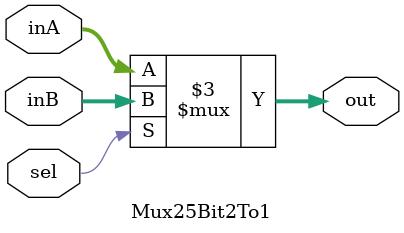
<source format=v>
`timescale 1ns / 1ps
module Mux25Bit2To1(inA, inB, sel,
                                   out);
    (*keep = "true"*)
    
    input [24:0] inA;
    input [24:0] inB;
    input sel;
    
    output reg [24:0] out;
    
    always@* begin
        if(sel) begin
            out <= inB;
        end
        else begin
            out <= inA;
        end
    end
    
endmodule

</source>
